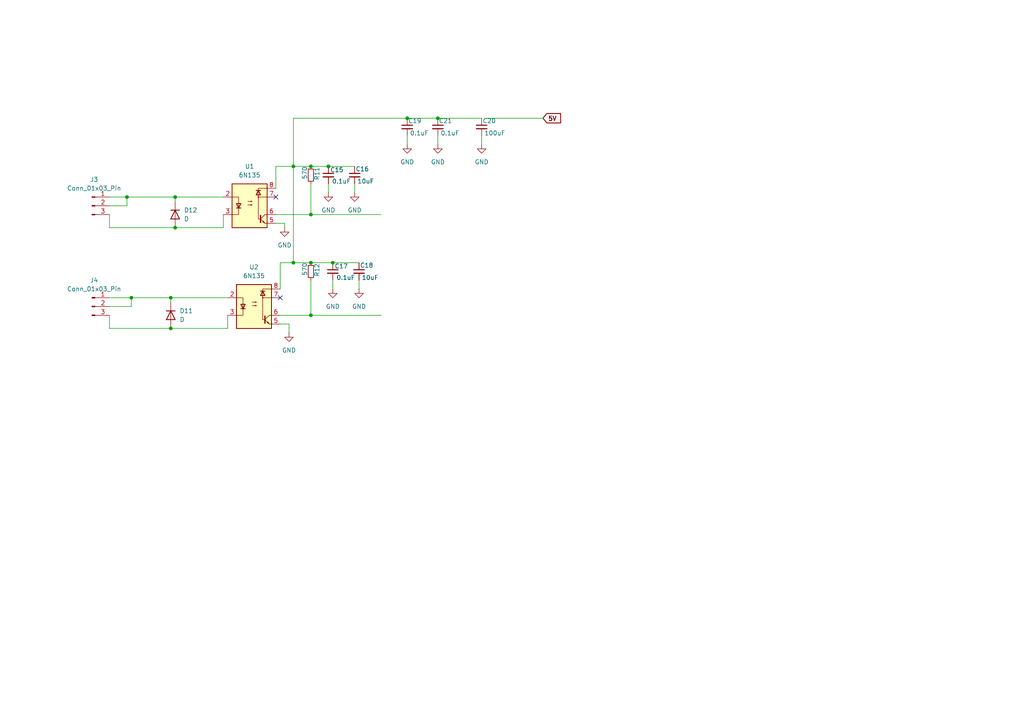
<source format=kicad_sch>
(kicad_sch (version 20231120) (generator "eeschema") (generator_version "8.0")
  (paper "A4")
  (lib_symbols
    (symbol "Connector:Conn_01x03_Pin" (pin_names (offset 1.016) hide)
      (property "Reference" "J" (at 0 5.08 0))
      (property "Value" "Conn_01x03_Pin" (at 0 -5.08 0))
      (symbol "Conn_01x03_Pin_1_1"
        (polyline (pts (xy 1.27 -2.54) (xy 0.8636 -2.54)) (stroke (width 0.1524)))
        (polyline (pts (xy 1.27 0) (xy 0.8636 0)) (stroke (width 0.1524)))
        (polyline (pts (xy 1.27 2.54) (xy 0.8636 2.54)) (stroke (width 0.1524)))
        (rectangle (start 0.8636 -2.413) (end 0 -2.667) (stroke (width 0.1524)) (fill (type outline)))
        (rectangle (start 0.8636 0.127) (end 0 -0.127) (stroke (width 0.1524)) (fill (type outline)))
        (rectangle (start 0.8636 2.667) (end 0 2.413) (stroke (width 0.1524)) (fill (type outline)))
        (pin passive line (at 5.08 2.54 180) (length 3.81) (name "Pin_1") (number "1"))
        (pin passive line (at 5.08 0 180) (length 3.81) (name "Pin_2") (number "2"))
        (pin passive line (at 5.08 -2.54 180) (length 3.81) (name "Pin_3") (number "3"))
      )
    )
    (symbol "Device:C_Small" (pin_numbers hide) (pin_names (offset 0.254) hide)
      (property "Reference" "C" (at 0.254 1.778 0))
      (property "Value" "C_Small" (at 0.254 -2.032 0))
      (symbol "C_Small_0_1"
        (polyline (pts (xy -1.524 -0.508) (xy 1.524 -0.508)) (stroke (width 0.3302)))
        (polyline (pts (xy -1.524 0.508) (xy 1.524 0.508)) (stroke (width 0.3048)))
      )
      (symbol "C_Small_1_1"
        (pin passive line (at 0 2.54 270) (length 2.032) (name "~") (number "1"))
        (pin passive line (at 0 -2.54 90) (length 2.032) (name "~") (number "2"))
      )
    )
    (symbol "Device:D" (pin_numbers hide) (pin_names (offset 1.016) hide)
      (property "Reference" "D" (at 0 2.54 0))
      (property "Value" "D" (at 0 -2.54 0))
      (symbol "D_0_1"
        (polyline (pts (xy -1.27 1.27) (xy -1.27 -1.27)) (stroke (width 0.254)))
        (polyline (pts (xy 1.27 0) (xy -1.27 0)))
        (polyline (pts (xy 1.27 1.27) (xy 1.27 -1.27) (xy -1.27 0) (xy 1.27 1.27)) (stroke (width 0.254)))
      )
      (symbol "D_1_1"
        (pin passive line (at -3.81 0 0) (length 2.54) (name "K") (number "1"))
        (pin passive line (at 3.81 0 180) (length 2.54) (name "A") (number "2"))
      )
    )
    (symbol "Device:R_Small" (pin_numbers hide) (pin_names (offset 0.254) hide)
      (property "Reference" "R" (at 0.762 0.508 0))
      (property "Value" "R_Small" (at 0.762 -1.016 0))
      (symbol "R_Small_0_1"
        (rectangle (start -0.762 1.778) (end 0.762 -1.778) (stroke (width 0.2032)))
      )
      (symbol "R_Small_1_1"
        (pin passive line (at 0 2.54 270) (length 0.762) (name "~") (number "1"))
        (pin passive line (at 0 -2.54 90) (length 0.762) (name "~") (number "2"))
      )
    )
    (symbol "Isolator:6N135" (pin_names (offset 1.016))
      (property "Reference" "U" (at -5.08 7.62 0))
      (property "Value" "6N135" (at 0 7.62 0))
      (symbol "6N135_0_1"
        (rectangle (start -5.08 6.35) (end 5.08 -6.35) (stroke (width 0.254)) (fill (type background)))
        (polyline (pts (xy -3.81 -0.635) (xy -2.54 -0.635)) (stroke (width 0.254)))
        (polyline (pts (xy 1.905 4.445) (xy 3.175 4.445)) (stroke (width 0.254)))
        (polyline (pts (xy 3.175 -2.794) (xy 3.175 -4.826)) (stroke (width 0.3556)))
        (polyline (pts (xy 3.302 -3.937) (xy 4.445 -5.08)))
        (polyline (pts (xy 3.302 -3.683) (xy 4.445 -2.54)))
        (polyline (pts (xy 5.08 -5.08) (xy 4.445 -5.08)))
        (polyline (pts (xy 5.08 -2.54) (xy 4.445 -2.54)))
        (polyline (pts (xy 5.08 2.54) (xy 2.54 2.54)))
        (polyline (pts (xy -5.08 2.54) (xy -3.175 2.54) (xy -3.175 -2.54) (xy -5.08 -2.54)))
        (polyline (pts (xy -3.175 -0.635) (xy -3.81 0.635) (xy -2.54 0.635) (xy -3.175 -0.635)) (stroke (width 0.254)))
        (polyline (pts (xy 2.54 4.445) (xy 1.905 3.175) (xy 3.175 3.175) (xy 2.54 4.445)) (stroke (width 0.254)))
        (polyline (pts (xy 4.318 -4.953) (xy 4.064 -4.445) (xy 3.81 -4.699) (xy 4.318 -4.953)))
        (polyline (pts (xy 5.08 5.08) (xy 2.54 5.08) (xy 2.54 -3.81) (xy 3.175 -3.81)))
        (polyline (pts (xy -0.508 0.254) (xy 0.762 0.254) (xy 0.381 0.127) (xy 0.381 0.381) (xy 0.762 0.254)))
        (polyline (pts (xy -0.508 1.27) (xy 0.762 1.27) (xy 0.381 1.143) (xy 0.381 1.397) (xy 0.762 1.27)))
        (circle (center 2.54 2.54) (radius 0.127))
      )
      (symbol "6N135_1_1"
        (pin no_connect line (at -5.08 5.08 0) (length 2.54) hide (name "NC") (number "1"))
        (pin passive line (at -7.62 2.54 0) (length 2.54) (name "~") (number "2"))
        (pin passive line (at -7.62 -2.54 0) (length 2.54) (name "~") (number "3"))
        (pin no_connect line (at -5.08 -5.08 0) (length 2.54) hide (name "NC") (number "4"))
        (pin passive line (at 7.62 -5.08 180) (length 2.54) (name "~") (number "5"))
        (pin passive line (at 7.62 -2.54 180) (length 2.54) (name "~") (number "6"))
        (pin passive line (at 7.62 2.54 180) (length 2.54) (name "~") (number "7"))
        (pin passive line (at 7.62 5.08 180) (length 2.54) (name "~") (number "8"))
      )
    )
    (symbol "power:GND" (power) (pin_numbers hide) (pin_names (offset 0) hide)
      (property "Value" "GND" (at 0 -3.81 0))
      (symbol "GND_0_1"
        (polyline (pts (xy 0 0) (xy 0 -1.27) (xy 1.27 -1.27) (xy 0 -2.54) (xy -1.27 -1.27) (xy 0 -1.27)))
      )
      (symbol "GND_1_1"
        (pin power_in line (at 0 0 270) (length 0) (name "~") (number "1"))
      )
    )
  )
  (junction (at 49.53 86.36))
  (junction (at 85.09 76.2))
  (junction (at 50.8 57.15))
  (junction (at 90.17 62.23))
  (junction (at 95.25 48.26))
  (junction (at 50.8 66.04))
  (junction (at 49.53 95.25))
  (junction (at 36.83 57.15))
  (junction (at 85.09 48.26))
  (junction (at 90.17 76.2))
  (junction (at 96.52 76.2))
  (junction (at 90.17 48.26))
  (junction (at 90.17 91.44))
  (junction (at 38.1 86.36))
  (junction (at 118.11 34.29))
  (junction (at 127 34.29))
  (no_connect (at 81.28 86.36))
  (no_connect (at 80.01 57.15))
  (wire (pts (xy 127 34.29) (xy 139.7 34.29)))
  (wire (pts (xy 127 39.37) (xy 127 41.91)))
  (wire (pts (xy 31.75 62.23) (xy 31.75 66.04)))
  (wire (pts (xy 80.01 62.23) (xy 90.17 62.23)))
  (wire (pts (xy 31.75 86.36) (xy 38.1 86.36)))
  (wire (pts (xy 31.75 91.44) (xy 31.75 95.25)))
  (wire (pts (xy 38.1 88.9) (xy 38.1 86.36)))
  (wire (pts (xy 31.75 95.25) (xy 49.53 95.25)))
  (wire (pts (xy 49.53 86.36) (xy 49.53 87.63)))
  (wire (pts (xy 64.77 66.04) (xy 50.8 66.04)))
  (wire (pts (xy 36.83 57.15) (xy 50.8 57.15)))
  (wire (pts (xy 64.77 62.23) (xy 64.77 66.04)))
  (wire (pts (xy 49.53 95.25) (xy 66.04 95.25)))
  (wire (pts (xy 96.52 76.2) (xy 104.14 76.2)))
  (wire (pts (xy 80.01 48.26) (xy 85.09 48.26)))
  (wire (pts (xy 139.7 39.37) (xy 139.7 41.91)))
  (wire (pts (xy 31.75 57.15) (xy 36.83 57.15)))
  (wire (pts (xy 80.01 64.77) (xy 82.55 64.77)))
  (wire (pts (xy 85.09 48.26) (xy 85.09 76.2)))
  (wire (pts (xy 96.52 81.28) (xy 96.52 83.82)))
  (wire (pts (xy 102.87 53.34) (xy 102.87 55.88)))
  (wire (pts (xy 49.53 86.36) (xy 66.04 86.36)))
  (wire (pts (xy 31.75 59.69) (xy 36.83 59.69)))
  (wire (pts (xy 90.17 48.26) (xy 95.25 48.26)))
  (wire (pts (xy 83.82 93.98) (xy 83.82 96.52)))
  (wire (pts (xy 85.09 48.26) (xy 90.17 48.26)))
  (wire (pts (xy 95.25 53.34) (xy 95.25 55.88)))
  (wire (pts (xy 90.17 62.23) (xy 110.49 62.23)))
  (wire (pts (xy 81.28 76.2) (xy 85.09 76.2)))
  (wire (pts (xy 90.17 53.34) (xy 90.17 62.23)))
  (wire (pts (xy 85.09 76.2) (xy 90.17 76.2)))
  (wire (pts (xy 85.09 34.29) (xy 85.09 48.26)))
  (wire (pts (xy 104.14 81.28) (xy 104.14 83.82)))
  (wire (pts (xy 81.28 93.98) (xy 83.82 93.98)))
  (wire (pts (xy 31.75 66.04) (xy 50.8 66.04)))
  (wire (pts (xy 82.55 64.77) (xy 82.55 66.04)))
  (wire (pts (xy 80.01 54.61) (xy 80.01 48.26)))
  (wire (pts (xy 90.17 81.28) (xy 90.17 91.44)))
  (wire (pts (xy 140.97 34.29) (xy 157.48 34.29)))
  (wire (pts (xy 90.17 91.44) (xy 110.49 91.44)))
  (wire (pts (xy 31.75 88.9) (xy 38.1 88.9)))
  (wire (pts (xy 81.28 91.44) (xy 90.17 91.44)))
  (wire (pts (xy 50.8 57.15) (xy 64.77 57.15)))
  (wire (pts (xy 118.11 34.29) (xy 85.09 34.29)))
  (wire (pts (xy 95.25 48.26) (xy 102.87 48.26)))
  (wire (pts (xy 118.11 39.37) (xy 118.11 41.91)))
  (wire (pts (xy 90.17 76.2) (xy 96.52 76.2)))
  (wire (pts (xy 81.28 83.82) (xy 81.28 76.2)))
  (wire (pts (xy 66.04 91.44) (xy 66.04 95.25)))
  (wire (pts (xy 36.83 59.69) (xy 36.83 57.15)))
  (wire (pts (xy 38.1 86.36) (xy 49.53 86.36)))
  (wire (pts (xy 50.8 57.15) (xy 50.8 58.42)))
  (wire (pts (xy 118.11 34.29) (xy 127 34.29)))
  (global_label "5V" (shape input) (at 157.48 34.29 0) (effects (font (bold yes))) (property "Intersheetrefs" "${INTERSHEET_REFS}" (effects (hide yes))))
  (symbol (lib_id "power:GND") (at 83.82 96.52 0) (unit 1)
    (property "Reference" "#PWR017" (effects (hide yes)))
    (property "Value" "GND" (at 83.82 101.6 0))
    (property "Description" "Power symbol creates a global label with name \"GND\" , ground" (effects (hide yes)))
  )
  (symbol (lib_id "Device:C_Small") (at 118.11 36.83 0) (unit 1)
    (property "Reference" "C19" (at 118.364 35.052 0) (effects (justify left)))
    (property "Value" "0.1uF" (at 118.872 38.608 0) (effects (justify left)))
    (property "Description" "Unpolarized capacitor, small symbol" (effects (hide yes)))
  )
  (symbol (lib_id "Device:D") (at 49.53 91.44 90) (mirror x) (unit 1)
    (property "Reference" "D11" (at 52.07 90.1699 90) (effects (justify right)))
    (property "Value" "D" (at 52.07 92.7099 90) (effects (justify right)))
    (property "Description" "Diode" (effects (hide yes)))
    (property "Sim.Device" "D" (effects (hide yes)))
    (property "Sim.Pins" "1=K 2=A" (effects (hide yes)))
  )
  (symbol (lib_id "power:GND") (at 96.52 83.82 0) (unit 1)
    (property "Reference" "#PWR015" (effects (hide yes)))
    (property "Value" "GND" (at 96.52 88.9 0))
    (property "Description" "Power symbol creates a global label with name \"GND\" , ground" (effects (hide yes)))
  )
  (symbol (lib_id "power:GND") (at 102.87 55.88 0) (unit 1)
    (property "Reference" "#PWR014" (effects (hide yes)))
    (property "Value" "GND" (at 102.87 60.96 0))
    (property "Description" "Power symbol creates a global label with name \"GND\" , ground" (effects (hide yes)))
  )
  (symbol (lib_id "Connector:Conn_01x03_Pin") (at 26.67 88.9 0) (unit 1)
    (property "Reference" "J4" (at 27.305 81.28 0))
    (property "Value" "Conn_01x03_Pin" (at 27.305 83.82 0))
    (property "Description" "Generic connector, single row, 01x03, script generated" (effects (hide yes)))
  )
  (symbol (lib_id "Connector:Conn_01x03_Pin") (at 26.67 59.69 0) (unit 1)
    (property "Reference" "J3" (at 27.305 52.07 0))
    (property "Value" "Conn_01x03_Pin" (at 27.305 54.61 0))
    (property "Description" "Generic connector, single row, 01x03, script generated" (effects (hide yes)))
  )
  (symbol (lib_id "power:GND") (at 95.25 55.88 0) (unit 1)
    (property "Reference" "#PWR013" (effects (hide yes)))
    (property "Value" "GND" (at 95.25 60.96 0))
    (property "Description" "Power symbol creates a global label with name \"GND\" , ground" (effects (hide yes)))
  )
  (symbol (lib_id "Device:C_Small") (at 127 36.83 0) (unit 1)
    (property "Reference" "C21" (at 127.254 35.052 0) (effects (justify left)))
    (property "Value" "0.1uF" (at 127.762 38.608 0) (effects (justify left)))
    (property "Description" "Unpolarized capacitor, small symbol" (effects (hide yes)))
  )
  (symbol (lib_id "power:GND") (at 139.7 41.91 0) (unit 1)
    (property "Reference" "#PWR019" (effects (hide yes)))
    (property "Value" "GND" (at 139.7 46.99 0))
    (property "Description" "Power symbol creates a global label with name \"GND\" , ground" (effects (hide yes)))
  )
  (symbol (lib_id "Device:C_Small") (at 104.14 78.74 0) (unit 1)
    (property "Reference" "C18" (at 104.394 76.962 0) (effects (justify left)))
    (property "Value" "10uF" (at 104.902 80.518 0) (effects (justify left)))
    (property "Description" "Unpolarized capacitor, small symbol" (effects (hide yes)))
  )
  (symbol (lib_id "power:GND") (at 118.11 41.91 0) (unit 1)
    (property "Reference" "#PWR021" (effects (hide yes)))
    (property "Value" "GND" (at 118.11 46.99 0))
    (property "Description" "Power symbol creates a global label with name \"GND\" , ground" (effects (hide yes)))
  )
  (symbol (lib_id "Device:C_Small") (at 139.7 36.83 0) (unit 1)
    (property "Reference" "C20" (at 139.954 35.052 0) (effects (justify left)))
    (property "Value" "100uF" (at 140.462 38.608 0) (effects (justify left)))
    (property "Description" "Unpolarized capacitor, small symbol" (effects (hide yes)))
  )
  (symbol (lib_id "power:GND") (at 82.55 66.04 0) (unit 1)
    (property "Reference" "#PWR018" (effects (hide yes)))
    (property "Value" "GND" (at 82.55 71.12 0))
    (property "Description" "Power symbol creates a global label with name \"GND\" , ground" (effects (hide yes)))
  )
  (symbol (lib_id "Device:R_Small") (at 90.17 50.8 0) (unit 1)
    (property "Reference" "R11" (at 91.948 52.324 90) (effects (justify left)))
    (property "Value" "570" (at 88.392 52.07 90) (effects (justify left)))
    (property "Description" "Resistor, small symbol" (effects (hide yes)))
  )
  (symbol (lib_id "power:GND") (at 104.14 83.82 0) (unit 1)
    (property "Reference" "#PWR016" (effects (hide yes)))
    (property "Value" "GND" (at 104.14 88.9 0))
    (property "Description" "Power symbol creates a global label with name \"GND\" , ground" (effects (hide yes)))
  )
  (symbol (lib_id "Device:D") (at 50.8 62.23 90) (mirror x) (unit 1)
    (property "Reference" "D12" (at 53.34 60.9599 90) (effects (justify right)))
    (property "Value" "D" (at 53.34 63.4999 90) (effects (justify right)))
    (property "Description" "Diode" (effects (hide yes)))
    (property "Sim.Device" "D" (effects (hide yes)))
    (property "Sim.Pins" "1=K 2=A" (effects (hide yes)))
  )
  (symbol (lib_id "Device:C_Small") (at 95.25 50.8 0) (unit 1)
    (property "Reference" "C15" (at 95.758 49.276 0) (effects (justify left)))
    (property "Value" "0.1uF" (at 96.266 52.578 0) (effects (justify left)))
    (property "Description" "Unpolarized capacitor, small symbol" (effects (hide yes)))
  )
  (symbol (lib_id "power:GND") (at 127 41.91 0) (unit 1)
    (property "Reference" "#PWR020" (effects (hide yes)))
    (property "Value" "GND" (at 127 46.99 0))
    (property "Description" "Power symbol creates a global label with name \"GND\" , ground" (effects (hide yes)))
  )
  (symbol (lib_id "Device:C_Small") (at 102.87 50.8 0) (unit 1)
    (property "Reference" "C16" (at 103.124 49.022 0) (effects (justify left)))
    (property "Value" "10uF" (at 103.632 52.578 0) (effects (justify left)))
    (property "Description" "Unpolarized capacitor, small symbol" (effects (hide yes)))
  )
  (symbol (lib_id "Device:R_Small") (at 90.17 78.74 0) (unit 1)
    (property "Reference" "R12" (at 91.948 80.264 90) (effects (justify left)))
    (property "Value" "570" (at 88.392 80.01 90) (effects (justify left)))
    (property "Description" "Resistor, small symbol" (effects (hide yes)))
  )
  (symbol (lib_id "Isolator:6N135") (at 73.66 88.9 0) (unit 1)
    (property "Reference" "U2" (at 73.66 77.47 0))
    (property "Value" "6N135" (at 73.66 80.01 0))
    (property "Footprint" "Package_DIP:DIP-8_W7.62mm" (effects (hide yes)))
    (property "Datasheet" "https://optoelectronics.liteon.com/upload/download/DS70-2008-0032/6N135-L%206N136-L%20series.pdf" (effects (hide yes)))
    (property "Description" "High Speed Optocoupler, TTL Compatible, CTR 18%, DIP8" (effects (hide yes)))
  )
  (symbol (lib_id "Device:C_Small") (at 96.52 78.74 0) (unit 1)
    (property "Reference" "C17" (at 97.028 77.216 0) (effects (justify left)))
    (property "Value" "0.1uF" (at 97.536 80.518 0) (effects (justify left)))
    (property "Description" "Unpolarized capacitor, small symbol" (effects (hide yes)))
  )
  (symbol (lib_id "Isolator:6N135") (at 72.39 59.69 0) (unit 1)
    (property "Reference" "U1" (at 72.39 48.26 0))
    (property "Value" "6N135" (at 72.39 50.8 0))
    (property "Footprint" "Package_DIP:DIP-8_W7.62mm" (effects (hide yes)))
    (property "Datasheet" "https://optoelectronics.liteon.com/upload/download/DS70-2008-0032/6N135-L%206N136-L%20series.pdf" (effects (hide yes)))
    (property "Description" "High Speed Optocoupler, TTL Compatible, CTR 18%, DIP8" (effects (hide yes)))
  )
)
</source>
